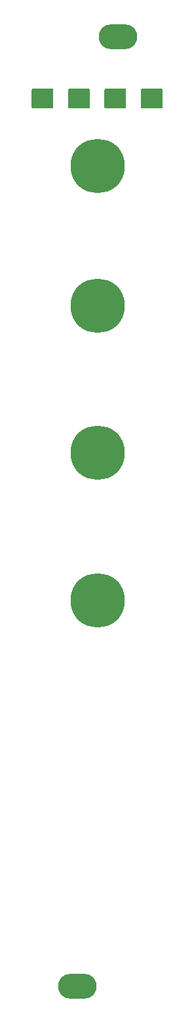
<source format=gbr>
%TF.GenerationSoftware,KiCad,Pcbnew,(6.0.11)*%
%TF.CreationDate,2023-03-11T14:34:30+00:00*%
%TF.ProjectId,QuadEnv_Panel,51756164-456e-4765-9f50-616e656c2e6b,rev?*%
%TF.SameCoordinates,Original*%
%TF.FileFunction,Soldermask,Top*%
%TF.FilePolarity,Negative*%
%FSLAX46Y46*%
G04 Gerber Fmt 4.6, Leading zero omitted, Abs format (unit mm)*
G04 Created by KiCad (PCBNEW (6.0.11)) date 2023-03-11 14:34:30*
%MOMM*%
%LPD*%
G01*
G04 APERTURE LIST*
%ADD10O,5.000000X3.200000*%
%ADD11C,7.000000*%
G04 APERTURE END LIST*
D10*
%TO.C,Ref\u002A\u002A*%
X62080000Y-37300000D03*
%TD*%
%TO.C,Ref\u002A\u002A*%
X56780000Y-159800000D03*
%TD*%
D11*
%TO.C,Ref\u002A\u002A*%
X59400000Y-110000000D03*
%TD*%
%TO.C,Ref\u002A\u002A*%
X59400000Y-91000000D03*
%TD*%
%TO.C,Ref\u002A\u002A*%
X59400000Y-72000000D03*
%TD*%
%TO.C,Ref\u002A\u002A*%
X59400000Y-54000000D03*
%TD*%
G36*
X67742121Y-44020002D02*
G01*
X67788614Y-44073658D01*
X67800000Y-44126000D01*
X67800000Y-46374000D01*
X67779998Y-46442121D01*
X67726342Y-46488614D01*
X67674000Y-46500000D01*
X65126000Y-46500000D01*
X65057879Y-46479998D01*
X65011386Y-46426342D01*
X65000000Y-46374000D01*
X65000000Y-44126000D01*
X65020002Y-44057879D01*
X65073658Y-44011386D01*
X65126000Y-44000000D01*
X67674000Y-44000000D01*
X67742121Y-44020002D01*
G37*
G36*
X63042121Y-44020002D02*
G01*
X63088614Y-44073658D01*
X63100000Y-44126000D01*
X63100000Y-46374000D01*
X63079998Y-46442121D01*
X63026342Y-46488614D01*
X62974000Y-46500000D01*
X60426000Y-46500000D01*
X60357879Y-46479998D01*
X60311386Y-46426342D01*
X60300000Y-46374000D01*
X60300000Y-44126000D01*
X60320002Y-44057879D01*
X60373658Y-44011386D01*
X60426000Y-44000000D01*
X62974000Y-44000000D01*
X63042121Y-44020002D01*
G37*
G36*
X58342121Y-44020002D02*
G01*
X58388614Y-44073658D01*
X58400000Y-44126000D01*
X58400000Y-46374000D01*
X58379998Y-46442121D01*
X58326342Y-46488614D01*
X58274000Y-46500000D01*
X55726000Y-46500000D01*
X55657879Y-46479998D01*
X55611386Y-46426342D01*
X55600000Y-46374000D01*
X55600000Y-44126000D01*
X55620002Y-44057879D01*
X55673658Y-44011386D01*
X55726000Y-44000000D01*
X58274000Y-44000000D01*
X58342121Y-44020002D01*
G37*
G36*
X53642121Y-44020002D02*
G01*
X53688614Y-44073658D01*
X53700000Y-44126000D01*
X53700000Y-46374000D01*
X53679998Y-46442121D01*
X53626342Y-46488614D01*
X53574000Y-46500000D01*
X51026000Y-46500000D01*
X50957879Y-46479998D01*
X50911386Y-46426342D01*
X50900000Y-46374000D01*
X50900000Y-44126000D01*
X50920002Y-44057879D01*
X50973658Y-44011386D01*
X51026000Y-44000000D01*
X53574000Y-44000000D01*
X53642121Y-44020002D01*
G37*
M02*

</source>
